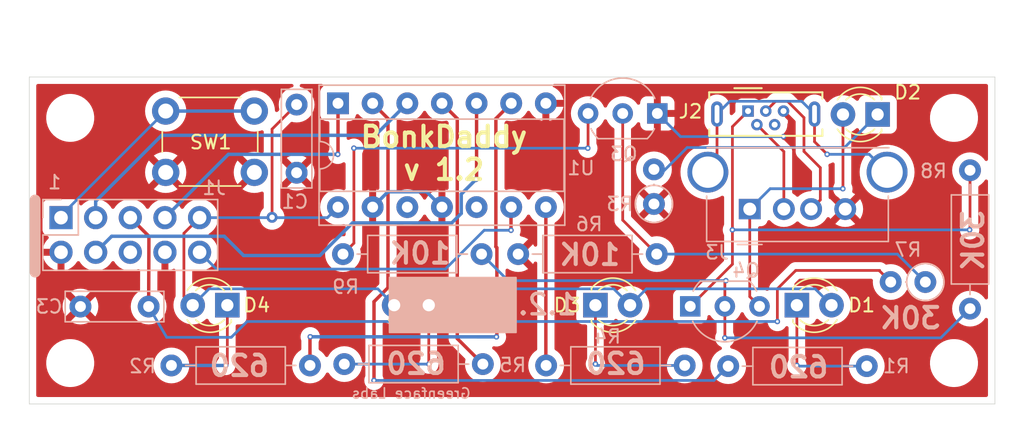
<source format=kicad_pcb>
(kicad_pcb (version 20211014) (generator pcbnew)
  (title_block (title "Bonk Daddy") (rev "1.2"))
  (layers (0 "F.Cu" signal) (31 "B.Cu" signal) (34 "B.Paste" user) (35 "F.Paste" user) (36 "B.SilkS" user "B.Silkscreen") (37 "F.SilkS" user "F.Silkscreen") (38 "B.Mask" user) (39 "F.Mask" user) (44 "Edge.Cuts" user))
  (net 0 "")
  (net 1 "Net-(J2-Pad1)")
  (net 2 "Net-(J2-Pad2)")
  (net 3 "Net-(J2-Pad3)")
  (net 4 "Net-(J2-Pad6)")
  (net 5 "Net-(J1-Pad1)")
  (net 6 "+12V")
  (net 7 "GND")
  (net 8 "Net-(D1-Pad1)")
  (net 9 "Net-(D4-Pad1)")
  (net 10 "Net-(D2-Pad2)")
  (net 11 "Net-(D2-Pad1)")
  (net 12 "Net-(J1-Pad7)")
  (net 13 "Net-(D5-Pad1)")
  (net 14 "Net-(D3-Pad1)")
  (net 15 "Net-(J1-Pad3)")
  (net 16 "Net-(J1-Pad10)")
  (net 17 "Net-(J1-Pad4)")
  (net 18 "Net-(R1-Pad1)")
  (net 19 "Net-(R2-Pad1)")
  (net 21 "+3V3")
  (net 23 "Net-(Q3-Pad2)")
  (net 24 "Net-(Q3-Pad3)")
  (net 25 "Net-(Q4-Pad2)")
  (net 26 "Net-(R4-Pad1)")
  (net 27 "Net-(R5-Pad1)")
  (footprint "Connector_USB:USB_Micro-B_Wuerth_614105150721_Vertical" (layer "F.Cu") (at 102.7 52.5)
    (fp_text reference "J2" (at -4.225 0.025) (layer "F.SilkS"))
    (fp_text value "USB_B_Micro")
    (fp_line (start -2.85 -1.38) (end 5.45 -1.38) (layer "F.SilkS") (width 0.15))
    (fp_line (start -2.85 1.82) (end 5.45 1.82) (layer "F.SilkS") (width 0.15))
    (fp_line (start -1 -1.68) (end 1 -1.68) (layer "F.SilkS") (width 0.15))
    (fp_line (start -2.85 -0.905) (end -2.85 -1.38) (layer "F.SilkS") (width 0.15))
    (fp_line (start 5.45 1.82) (end 5.45 1.345) (layer "F.SilkS") (width 0.15))
    (fp_line (start 5.45 -1.38) (end 5.45 -0.905) (layer "F.SilkS") (width 0.15))
    (fp_line (start -2.85 1.345) (end -2.85 1.82) (layer "F.SilkS") (width 0.15))
    (pad "1" thru_hole rect locked (at 0 0) (size 0.84 0.84) (drill 0.44) (layers *.Cu *.Mask) (net 1 "Net-(J2-Pad1)"))
    (pad "2" thru_hole circle locked (at 0.65 1) (size 0.84 0.84) (drill 0.44) (layers *.Cu *.Mask) (net 2 "Net-(J2-Pad2)"))
    (pad "3" thru_hole circle locked (at 1.3 0) (size 0.84 0.84) (drill 0.44) (layers *.Cu *.Mask) (net 3 "Net-(J2-Pad3)"))
    (pad "4" thru_hole circle locked (at 1.95 1) (size 0.84 0.84) (drill 0.44) (layers *.Cu *.Mask))
    (pad "5" thru_hole circle locked (at 2.6 0) (size 0.84 0.84) (drill 0.44) (layers *.Cu *.Mask) (net 7 "GND"))
    (pad "6" thru_hole oval locked (at -2.275 0.22) (size 0.85 1.85) (drill oval 0.35 1.35) (layers *.Cu *.Mask) (net 4 "Net-(J2-Pad6)"))
    (pad "6" thru_hole oval locked (at 4.875 0.22) (size 0.85 1.85) (drill oval 0.35 1.35) (layers *.Cu *.Mask) (net 4 "Net-(J2-Pad6)"))
  )
  (footprint "MountingHole:MountingHole_2.5mm" (layer "F.Cu") (at 53 53)
    (fp_text reference "H1" (at 0 0.086) (layer "F.SilkS"))
    (fp_text value "MountingHole")
    (pad "" np_thru_hole circle locked (at 0 0) (size 2.5 2.5) (drill 2.5) (layers *.Cu *.Mask))
  )
  (footprint "MountingHole:MountingHole_2.5mm" (layer "F.Cu") (at 117.8 53)
    (fp_text reference "H2" (at -0.158 -0.168) (layer "F.SilkS"))
    (fp_text value "MountingHole")
    (pad "" np_thru_hole circle locked (at 0 0) (size 2.5 2.5) (drill 2.5) (layers *.Cu *.Mask))
  )
  (footprint "MountingHole:MountingHole_2.5mm" (layer "F.Cu") (at 53 71)
    (fp_text reference "H3" (at 0 0.12) (layer "F.SilkS"))
    (fp_text value "MountingHole")
    (pad "" np_thru_hole circle locked (at 0 0) (size 2.5 2.5) (drill 2.5) (layers *.Cu *.Mask))
  )
  (footprint "MountingHole:MountingHole_2.5mm" (layer "F.Cu") (at 117.8 71)
    (fp_text reference "H4" (at 0 -0.134) (layer "F.SilkS"))
    (fp_text value "MountingHole")
    (pad "" np_thru_hole circle locked (at 0 0) (size 2.5 2.5) (drill 2.5) (layers *.Cu *.Mask))
  )
  (footprint "Button_Switch_THT:SW_PUSH_6mm" (layer "F.Cu") (at 60 52.5)
    (fp_text reference "SW1" (at 3.302 2.286) (layer "F.SilkS"))
    (fp_text value "Reset")
    (fp_line (start 1 5.5) (end 5.5 5.5) (layer "F.SilkS") (width 0.12))
    (fp_line (start 5.5 -1) (end 1 -1) (layer "F.SilkS") (width 0.12))
    (fp_line (start 6.75 3) (end 6.75 1.5) (layer "F.SilkS") (width 0.12))
    (fp_line (start -0.25 1.5) (end -0.25 3) (layer "F.SilkS") (width 0.12))
    (pad "1" thru_hole circle locked (at 6.5 0 90) (size 2 2) (drill 1.1) (layers *.Cu *.Mask) (net 5 "Net-(J1-Pad1)"))
    (pad "1" thru_hole circle locked (at 0 0 90) (size 2 2) (drill 1.1) (layers *.Cu *.Mask) (net 5 "Net-(J1-Pad1)"))
    (pad "2" thru_hole circle locked (at 0 4.5 90) (size 2 2) (drill 1.1) (layers *.Cu *.Mask) (net 7 "GND"))
    (pad "2" thru_hole circle locked (at 6.5 4.5 90) (size 2 2) (drill 1.1) (layers *.Cu *.Mask) (net 7 "GND"))
  )
  (footprint "LED_THT:LED_D3.0mm" (layer "F.Cu") (at 106.28 66.75)
    (fp_text reference "D1" (at 4.745 0) (layer "F.SilkS"))
    (fp_text value "RED LED")
    (fp_line (start -0.29 1.08) (end -0.29 1.236) (layer "F.SilkS") (width 0.12))
    (fp_line (start -0.29 -1.236) (end -0.29 -1.08) (layer "F.SilkS") (width 0.12))
    (fp_arc (start -0.29 -1.235516) (mid 1.366487 -1.987659) (end 2.942335 -1.078608) (layer "F.SilkS") (width 0.12))
    (fp_arc (start 2.942335 1.078608) (mid 1.366487 1.987659) (end -0.29 1.235516) (layer "F.SilkS") (width 0.12))
    (fp_arc (start 2.31113 1.079837) (mid 1.270117 1.5) (end 0.229039 1.08) (layer "F.SilkS") (width 0.12))
    (fp_arc (start 0.229039 -1.08) (mid 1.270117 -1.5) (end 2.31113 -1.079837) (layer "F.SilkS") (width 0.12))
    (pad "1" thru_hole rect locked (at 0 0) (size 1.8 1.8) (drill 0.9) (layers *.Cu *.Mask) (net 8 "Net-(D1-Pad1)"))
    (pad "2" thru_hole circle locked (at 2.54 0) (size 1.8 1.8) (drill 0.9) (layers *.Cu *.Mask) (net 21 "+3V3"))
  )
  (footprint "LED_THT:LED_D3.0mm" (layer "F.Cu") (at 112.2 52.75 180)
    (fp_text reference "D2" (at -2.2 1.625) (layer "F.SilkS"))
    (fp_text value "GREEN LED")
    (fp_line (start -0.29 -1.236) (end -0.29 -1.08) (layer "F.SilkS") (width 0.12))
    (fp_line (start -0.29 1.08) (end -0.29 1.236) (layer "F.SilkS") (width 0.12))
    (fp_arc (start 2.942335 1.078608) (mid 1.366487 1.987659) (end -0.29 1.235516) (layer "F.SilkS") (width 0.12))
    (fp_arc (start 0.229039 -1.08) (mid 1.270117 -1.5) (end 2.31113 -1.079837) (layer "F.SilkS") (width 0.12))
    (fp_arc (start -0.29 -1.235516) (mid 1.366487 -1.987659) (end 2.942335 -1.078608) (layer "F.SilkS") (width 0.12))
    (fp_arc (start 2.31113 1.079837) (mid 1.270117 1.5) (end 0.229039 1.08) (layer "F.SilkS") (width 0.12))
    (pad "1" thru_hole rect locked (at 0 0 180) (size 1.8 1.8) (drill 0.9) (layers *.Cu *.Mask) (net 11 "Net-(D2-Pad1)"))
    (pad "2" thru_hole circle locked (at 2.54 0 180) (size 1.8 1.8) (drill 0.9) (layers *.Cu *.Mask) (net 10 "Net-(D2-Pad2)"))
  )
  (footprint "LED_THT:LED_D3.0mm" (layer "F.Cu") (at 91.51 66.75)
    (fp_text reference "D3" (at -2.08 0) (layer "F.SilkS"))
    (fp_text value "YELLOW LED")
    (fp_line (start -0.29 -1.236) (end -0.29 -1.08) (layer "F.SilkS") (width 0.12))
    (fp_line (start -0.29 1.08) (end -0.29 1.236) (layer "F.SilkS") (width 0.12))
    (fp_arc (start 2.942335 1.078608) (mid 1.366487 1.987659) (end -0.29 1.235516) (layer "F.SilkS") (width 0.12))
    (fp_arc (start 0.229039 -1.08) (mid 1.270117 -1.5) (end 2.31113 -1.079837) (layer "F.SilkS") (width 0.12))
    (fp_arc (start -0.29 -1.235516) (mid 1.366487 -1.987659) (end 2.942335 -1.078608) (layer "F.SilkS") (width 0.12))
    (fp_arc (start 2.31113 1.079837) (mid 1.270117 1.5) (end 0.229039 1.08) (layer "F.SilkS") (width 0.12))
    (pad "1" thru_hole rect locked (at 0 0) (size 1.8 1.8) (drill 0.9) (layers *.Cu *.Mask) (net 14 "Net-(D3-Pad1)"))
    (pad "2" thru_hole circle locked (at 2.54 0) (size 1.8 1.8) (drill 0.9) (layers *.Cu *.Mask) (net 21 "+3V3"))
  )
  (footprint "LED_THT:LED_D3.0mm" (layer "F.Cu") (at 79.29 66.75 180)
    (fp_text reference "D5" (at -2.16 0.025) (layer "F.SilkS"))
    (fp_text value "BLUE LED")
    (fp_line (start -0.29 -1.236) (end -0.29 -1.08) (layer "F.SilkS") (width 0.12))
    (fp_line (start -0.29 1.08) (end -0.29 1.236) (layer "F.SilkS") (width 0.12))
    (fp_arc (start 0.229039 -1.08) (mid 1.270117 -1.5) (end 2.31113 -1.079837) (layer "F.SilkS") (width 0.12))
    (fp_arc (start -0.29 -1.235516) (mid 1.366487 -1.987659) (end 2.942335 -1.078608) (layer "F.SilkS") (width 0.12))
    (fp_arc (start 2.31113 1.079837) (mid 1.270117 1.5) (end 0.229039 1.08) (layer "F.SilkS") (width 0.12))
    (fp_arc (start 2.942335 1.078608) (mid 1.366487 1.987659) (end -0.29 1.235516) (layer "F.SilkS") (width 0.12))
    (pad "1" thru_hole rect locked (at 0 0 180) (size 1.8 1.8) (drill 0.9) (layers *.Cu *.Mask) (net 13 "Net-(D5-Pad1)"))
    (pad "2" thru_hole circle locked (at 2.54 0 180) (size 1.8 1.8) (drill 0.9) (layers *.Cu *.Mask) (net 21 "+3V3"))
  )
  (footprint "LED_THT:LED_D3.0mm" (layer "F.Cu") (at 64.52 66.75 180)
    (fp_text reference "D4" (at -2.155 0) (layer "F.SilkS"))
    (fp_text value "GREEN LED")
    (fp_line (start -0.29 1.08) (end -0.29 1.236) (layer "F.SilkS") (width 0.12))
    (fp_line (start -0.29 -1.236) (end -0.29 -1.08) (layer "F.SilkS") (width 0.12))
    (fp_arc (start 0.229039 -1.08) (mid 1.270117 -1.5) (end 2.31113 -1.079837) (layer "F.SilkS") (width 0.12))
    (fp_arc (start 2.31113 1.079837) (mid 1.270117 1.5) (end 0.229039 1.08) (layer "F.SilkS") (width 0.12))
    (fp_arc (start -0.29 -1.235516) (mid 1.366487 -1.987659) (end 2.942335 -1.078608) (layer "F.SilkS") (width 0.12))
    (fp_arc (start 2.942335 1.078608) (mid 1.366487 1.987659) (end -0.29 1.235516) (layer "F.SilkS") (width 0.12))
    (pad "1" thru_hole rect locked (at 0 0 180) (size 1.8 1.8) (drill 0.9) (layers *.Cu *.Mask) (net 9 "Net-(D4-Pad1)"))
    (pad "2" thru_hole circle locked (at 2.54 0 180) (size 1.8 1.8) (drill 0.9) (layers *.Cu *.Mask) (net 21 "+3V3"))
  )
  (footprint "sputterizer:USB_A_Amphenol_UE27AE54100_Vertical" (layer "B.Cu") (at 102.825 59.695)
    (fp_text reference "J3" (at -2.4 3.18) (layer "B.SilkS") (effects (justify mirror)))
    (fp_text value "USB_A")
    (fp_line (start -3.12 -4.5) (end 10.2 -4.5) (layer "B.SilkS") (width 0.12))
    (fp_line (start -3.16 2.38) (end -3.16 -0.95) (layer "B.SilkS") (width 0.12))
    (fp_line (start 10.16 2.38) (end 10.16 -0.95) (layer "B.SilkS") (width 0.12))
    (fp_line (start -3.16 2.38) (end 10.16 2.38) (layer "B.SilkS") (width 0.12))
    (fp_line (start -0.9 2.6) (end 0.9 2.6) (layer "B.SilkS") (width 0.12))
    (pad "1" thru_hole rect (at 0 0) (size 1.6 1.5) (drill 0.95) (layers *.Cu *.Mask) (net 10 "Net-(D2-Pad2)"))
    (pad "2" thru_hole circle (at 2.5 0) (size 1.6 1.6) (drill 0.95) (layers *.Cu *.Mask) (net 2 "Net-(J2-Pad2)"))
    (pad "3" thru_hole circle (at 4.5 0) (size 1.6 1.6) (drill 0.95) (layers *.Cu *.Mask) (net 3 "Net-(J2-Pad3)"))
    (pad "4" thru_hole circle (at 7 0) (size 1.6 1.6) (drill 0.95) (layers *.Cu *.Mask) (net 7 "GND"))
    (pad "5" thru_hole circle (at 10.07 -2.71) (size 3 3) (drill 2.3) (layers *.Cu *.Mask) (net 4 "Net-(J2-Pad6)"))
    (pad "5" thru_hole circle (at -3.07 -2.71) (size 3 3) (drill 2.3) (layers *.Cu *.Mask) (net 4 "Net-(J2-Pad6)"))
  )
  (footprint "Connector_PinHeader_2.54mm:PinHeader_2x05_P2.54mm_Vertical" (layer "B.Cu") (at 52.325 60.325 -90)
    (fp_text reference "J1" (at -2.1844 -11.2268) (layer "B.SilkS") (effects (justify mirror)))
    (fp_text value "EXP")
    (fp_line (start -1.33 1.33) (end 0 1.33) (layer "B.SilkS") (width 0.12))
    (fp_line (start -1.33 -1.27) (end 1.27 -1.27) (layer "B.SilkS") (width 0.12))
    (fp_line (start 1.27 1.33) (end 3.87 1.33) (layer "B.SilkS") (width 0.12))
    (fp_line (start -1.33 -11.49) (end 3.87 -11.49) (layer "B.SilkS") (width 0.12))
    (fp_line (start 3.87 1.33) (end 3.87 -11.49) (layer "B.SilkS") (width 0.12))
    (fp_line (start -1.33 -1.27) (end -1.33 -11.49) (layer "B.SilkS") (width 0.12))
    (fp_line (start -1.33 0) (end -1.33 1.33) (layer "B.SilkS") (width 0.12))
    (fp_line (start 1.27 -1.27) (end 1.27 1.33) (layer "B.SilkS") (width 0.12))
    (pad "1" thru_hole rect locked (at 0 0 270) (size 1.7 1.7) (drill 1) (layers *.Cu *.Mask) (net 5 "Net-(J1-Pad1)"))
    (pad "2" thru_hole oval locked (at 2.54 0 270) (size 1.7 1.7) (drill 1) (layers *.Cu *.Mask) (net 7 "GND"))
    (pad "3" thru_hole oval locked (at 0 -2.54 270) (size 1.7 1.7) (drill 1) (layers *.Cu *.Mask) (net 15 "Net-(J1-Pad3)"))
    (pad "4" thru_hole oval locked (at 2.54 -2.54 270) (size 1.7 1.7) (drill 1) (layers *.Cu *.Mask) (net 17 "Net-(J1-Pad4)"))
    (pad "5" thru_hole oval locked (at 0 -5.08 270) (size 1.7 1.7) (drill 1) (layers *.Cu *.Mask) (net 6 "+12V"))
    (pad "6" thru_hole oval locked (at 2.54 -5.08 270) (size 1.7 1.7) (drill 1) (layers *.Cu *.Mask))
    (pad "7" thru_hole oval locked (at 0 -7.62 270) (size 1.7 1.7) (drill 1) (layers *.Cu *.Mask) (net 12 "Net-(J1-Pad7)"))
    (pad "8" thru_hole oval locked (at 2.54 -7.62 270) (size 1.7 1.7) (drill 1) (layers *.Cu *.Mask) (net 7 "GND"))
    (pad "9" thru_hole oval locked (at 0 -10.16 270) (size 1.7 1.7) (drill 1) (layers *.Cu *.Mask) (net 21 "+3V3"))
    (pad "10" thru_hole oval locked (at 2.54 -10.16 270) (size 1.7 1.7) (drill 1) (layers *.Cu *.Mask) (net 16 "Net-(J1-Pad10)"))
  )
  (footprint "Resistor_THT:R_Axial_DIN0207_L6.3mm_D2.5mm_P10.16mm_Horizontal" (layer "B.Cu") (at 101.245 71.225)
    (fp_text reference "R1" (at 12.33 0) (layer "B.SilkS") (effects (justify mirror)))
    (fp_text value "620")
    (fp_line (start 1.04 0) (end 1.81 0) (layer "B.SilkS") (width 0.12))
    (fp_line (start 8.35 -1.37) (end 8.35 1.37) (layer "B.SilkS") (width 0.12))
    (fp_line (start 1.81 1.37) (end 1.81 -1.37) (layer "B.SilkS") (width 0.12))
    (fp_line (start 1.81 -1.37) (end 8.35 -1.37) (layer "B.SilkS") (width 0.12))
    (fp_line (start 9.12 0) (end 8.35 0) (layer "B.SilkS") (width 0.12))
    (fp_line (start 8.35 1.37) (end 1.81 1.37) (layer "B.SilkS") (width 0.12))
    (pad "1" thru_hole circle locked (at 0 0) (size 1.6 1.6) (drill 0.8) (layers *.Cu *.Mask) (net 18 "Net-(R1-Pad1)"))
    (pad "2" thru_hole oval locked (at 10.16 0) (size 1.6 1.6) (drill 0.8) (layers *.Cu *.Mask) (net 8 "Net-(D1-Pad1)"))
  )
  (footprint "Resistor_THT:R_Axial_DIN0207_L6.3mm_D2.5mm_P10.16mm_Horizontal" (layer "B.Cu") (at 70.58 71.175 180)
    (fp_text reference "R2" (at 12.28 -0.05) (layer "B.SilkS") (effects (justify mirror)))
    (fp_text value "620")
    (fp_line (start 1.04 0) (end 1.81 0) (layer "B.SilkS") (width 0.12))
    (fp_line (start 8.35 1.37) (end 1.81 1.37) (layer "B.SilkS") (width 0.12))
    (fp_line (start 9.12 0) (end 8.35 0) (layer "B.SilkS") (width 0.12))
    (fp_line (start 8.35 -1.37) (end 8.35 1.37) (layer "B.SilkS") (width 0.12))
    (fp_line (start 1.81 1.37) (end 1.81 -1.37) (layer "B.SilkS") (width 0.12))
    (fp_line (start 1.81 -1.37) (end 8.35 -1.37) (layer "B.SilkS") (width 0.12))
    (pad "1" thru_hole circle locked (at 0 0 180) (size 1.6 1.6) (drill 0.8) (layers *.Cu *.Mask) (net 19 "Net-(R2-Pad1)"))
    (pad "2" thru_hole oval locked (at 10.16 0 180) (size 1.6 1.6) (drill 0.8) (layers *.Cu *.Mask) (net 9 "Net-(D4-Pad1)"))
  )
  (footprint "Resistor_THT:R_Axial_DIN0207_L6.3mm_D2.5mm_P2.54mm_Vertical" (layer "B.Cu") (at 95.8 59.32 90)
    (fp_text reference "R3" (at -0.005 -2.5 180) (layer "B.SilkS") (effects (justify mirror)))
    (fp_text value "1K")
    (fp_line (start 1.37 0) (end 1.44 0) (layer "B.SilkS") (width 0.12))
    (fp_circle (center 0 0) (end 1.37 0) (layer "B.SilkS") (width 0.12) (fill none))
    (pad "1" thru_hole circle (at 0 0 90) (size 1.6 1.6) (drill 0.8) (layers *.Cu *.Mask) (net 7 "GND"))
    (pad "2" thru_hole oval (at 2.54 0 90) (size 1.6 1.6) (drill 0.8) (layers *.Cu *.Mask) (net 11 "Net-(D2-Pad1)"))
  )
  (footprint "Resistor_THT:R_Axial_DIN0207_L6.3mm_D2.5mm_P10.16mm_Horizontal" (layer "B.Cu") (at 87.895 71.175)
    (fp_text reference "R4" (at 4.505 -2.125) (layer "B.SilkS") (effects (justify mirror)))
    (fp_text value "620")
    (fp_line (start 1.04 0) (end 1.81 0) (layer "B.SilkS") (width 0.12))
    (fp_line (start 1.81 -1.37) (end 8.35 -1.37) (layer "B.SilkS") (width 0.12))
    (fp_line (start 9.12 0) (end 8.35 0) (layer "B.SilkS") (width 0.12))
    (fp_line (start 8.35 -1.37) (end 8.35 1.37) (layer "B.SilkS") (width 0.12))
    (fp_line (start 8.35 1.37) (end 1.81 1.37) (layer "B.SilkS") (width 0.12))
    (fp_line (start 1.81 1.37) (end 1.81 -1.37) (layer "B.SilkS") (width 0.12))
    (pad "1" thru_hole circle locked (at 0 0) (size 1.6 1.6) (drill 0.8) (layers *.Cu *.Mask) (net 26 "Net-(R4-Pad1)"))
    (pad "2" thru_hole oval locked (at 10.16 0) (size 1.6 1.6) (drill 0.8) (layers *.Cu *.Mask) (net 14 "Net-(D3-Pad1)"))
  )
  (footprint "Resistor_THT:R_Axial_DIN0207_L6.3mm_D2.5mm_P10.16mm_Horizontal" (layer "B.Cu") (at 83.255 71.075 180)
    (fp_text reference "R5" (at -2.195 -0.075) (layer "B.SilkS") (effects (justify mirror)))
    (fp_text value "620")
    (fp_line (start 1.81 1.37) (end 1.81 -1.37) (layer "B.SilkS") (width 0.12))
    (fp_line (start 1.81 -1.37) (end 8.35 -1.37) (layer "B.SilkS") (width 0.12))
    (fp_line (start 9.12 0) (end 8.35 0) (layer "B.SilkS") (width 0.12))
    (fp_line (start 8.35 -1.37) (end 8.35 1.37) (layer "B.SilkS") (width 0.12))
    (fp_line (start 1.04 0) (end 1.81 0) (layer "B.SilkS") (width 0.12))
    (fp_line (start 8.35 1.37) (end 1.81 1.37) (layer "B.SilkS") (width 0.12))
    (pad "1" thru_hole circle locked (at 0 0 180) (size 1.6 1.6) (drill 0.8) (layers *.Cu *.Mask) (net 27 "Net-(R5-Pad1)"))
    (pad "2" thru_hole oval locked (at 10.16 0 180) (size 1.6 1.6) (drill 0.8) (layers *.Cu *.Mask) (net 13 "Net-(D5-Pad1)"))
  )
  (footprint "Resistor_THT:R_Axial_DIN0207_L6.3mm_D2.5mm_P10.16mm_Horizontal" (layer "B.Cu") (at 85.845 63)
    (fp_text reference "R6" (at 5.205 -2.2) (layer "B.SilkS") (effects (justify mirror)))
    (fp_text value "10K")
    (fp_line (start 8.35 -1.37) (end 8.35 1.37) (layer "B.SilkS") (width 0.12))
    (fp_line (start 1.04 0) (end 1.81 0) (layer "B.SilkS") (width 0.12))
    (fp_line (start 1.81 1.37) (end 1.81 -1.37) (layer "B.SilkS") (width 0.12))
    (fp_line (start 9.12 0) (end 8.35 0) (layer "B.SilkS") (width 0.12))
    (fp_line (start 1.81 -1.37) (end 8.35 -1.37) (layer "B.SilkS") (width 0.12))
    (fp_line (start 8.35 1.37) (end 1.81 1.37) (layer "B.SilkS") (width 0.12))
    (pad "1" thru_hole circle (at 0 0) (size 1.6 1.6) (drill 0.8) (layers *.Cu *.Mask) (net 7 "GND"))
    (pad "2" thru_hole oval (at 10.16 0) (size 1.6 1.6) (drill 0.8) (layers *.Cu *.Mask) (net 23 "Net-(Q3-Pad2)"))
  )
  (footprint "Resistor_THT:R_Axial_DIN0207_L6.3mm_D2.5mm_P10.16mm_Horizontal" (layer "B.Cu") (at 118.975 67.005 90)
    (fp_text reference "R8" (at 10.105 -2.675) (layer "B.SilkS") (effects (justify mirror)))
    (fp_text value "30K")
    (fp_line (start 1.81 1.37) (end 1.81 -1.37) (layer "B.SilkS") (width 0.12))
    (fp_line (start 9.12 0) (end 8.35 0) (layer "B.SilkS") (width 0.12))
    (fp_line (start 8.35 1.37) (end 1.81 1.37) (layer "B.SilkS") (width 0.12))
    (fp_line (start 1.04 0) (end 1.81 0) (layer "B.SilkS") (width 0.12))
    (fp_line (start 1.81 -1.37) (end 8.35 -1.37) (layer "B.SilkS") (width 0.12))
    (fp_line (start 8.35 -1.37) (end 8.35 1.37) (layer "B.SilkS") (width 0.12))
    (pad "1" thru_hole circle (at 0 0 90) (size 1.6 1.6) (drill 0.8) (layers *.Cu *.Mask) (net 25 "Net-(Q4-Pad2)"))
    (pad "2" thru_hole oval (at 10.16 0 90) (size 1.6 1.6) (drill 0.8) (layers *.Cu *.Mask) (net 1 "Net-(J2-Pad1)"))
  )
  (footprint "Resistor_THT:R_Axial_DIN0207_L6.3mm_D2.5mm_P10.16mm_Horizontal" (layer "B.Cu") (at 73 63)
    (fp_text reference "R9" (at 0.2 2.4) (layer "B.SilkS") (effects (justify mirror)))
    (fp_text value "10K")
    (fp_line (start 1.81 -1.37) (end 8.35 -1.37) (layer "B.SilkS") (width 0.12))
    (fp_line (start 1.04 0) (end 1.81 0) (layer "B.SilkS") (width 0.12))
    (fp_line (start 8.35 -1.37) (end 8.35 1.37) (layer "B.SilkS") (width 0.12))
    (fp_line (start 9.12 0) (end 8.35 0) (layer "B.SilkS") (width 0.12))
    (fp_line (start 8.35 1.37) (end 1.81 1.37) (layer "B.SilkS") (width 0.12))
    (fp_line (start 1.81 1.37) (end 1.81 -1.37) (layer "B.SilkS") (width 0.12))
    (pad "1" thru_hole circle (at 0 0) (size 1.6 1.6) (drill 0.8) (layers *.Cu *.Mask) (net 24 "Net-(Q3-Pad3)"))
    (pad "2" thru_hole oval (at 10.16 0) (size 1.6 1.6) (drill 0.8) (layers *.Cu *.Mask) (net 25 "Net-(Q4-Pad2)"))
  )
  (footprint "Capacitor_THT:C_Rect_L7.0mm_W2.0mm_P5.00mm" (layer "B.Cu") (at 69.6 52.025 -90)
    (fp_text reference "C1" (at 7.125 0.125) (layer "B.SilkS") (effects (justify mirror)))
    (fp_text value "1uF")
    (fp_line (start -1.12 -1.12) (end 6.12 -1.12) (layer "B.SilkS") (width 0.12))
    (fp_line (start -1.12 1.12) (end 6.12 1.12) (layer "B.SilkS") (width 0.12))
    (fp_line (start -1.12 1.12) (end -1.12 -1.12) (layer "B.SilkS") (width 0.12))
    (fp_line (start 6.12 1.12) (end 6.12 -1.12) (layer "B.SilkS") (width 0.12))
    (pad "1" thru_hole circle (at 0 0 270) (size 1.6 1.6) (drill 0.8) (layers *.Cu *.Mask) (net 21 "+3V3"))
    (pad "2" thru_hole circle (at 5 0 270) (size 1.6 1.6) (drill 0.8) (layers *.Cu *.Mask) (net 7 "GND"))
  )
  (footprint "Resistor_THT:R_Axial_DIN0207_L6.3mm_D2.5mm_P2.54mm_Vertical" (layer "B.Cu") (at 115.7 65.05 180)
    (fp_text reference "R7" (at 1.27 2.37) (layer "B.SilkS") (effects (justify mirror)))
    (fp_text value "30K")
    (fp_line (start 1.37 0) (end 1.44 0) (layer "B.SilkS") (width 0.12))
    (fp_circle (center 0 0) (end 1.37 0) (layer "B.SilkS") (width 0.12) (fill none))
    (pad "1" thru_hole circle (at 0 0 180) (size 1.6 1.6) (drill 0.8) (layers *.Cu *.Mask) (net 23 "Net-(Q3-Pad2)"))
    (pad "2" thru_hole oval (at 2.54 0 180) (size 1.6 1.6) (drill 0.8) (layers *.Cu *.Mask) (net 6 "+12V"))
  )
  (footprint "Capacitor_THT:C_Rect_L7.0mm_W2.0mm_P5.00mm" (layer "B.Cu") (at 58.75 66.85 180)
    (fp_text reference "C3" (at 7.3 0) (layer "B.SilkS") (effects (justify mirror)))
    (fp_text value "1uF")
    (fp_line (start -1.12 1.12) (end 6.12 1.12) (layer "B.SilkS") (width 0.12))
    (fp_line (start -1.12 -1.12) (end 6.12 -1.12) (layer "B.SilkS") (width 0.12))
    (fp_line (start -1.12 1.12) (end -1.12 -1.12) (layer "B.SilkS") (width 0.12))
    (fp_line (start 6.12 1.12) (end 6.12 -1.12) (layer "B.SilkS") (width 0.12))
    (pad "1" thru_hole circle (at 0 0 180) (size 1.6 1.6) (drill 0.8) (layers *.Cu *.Mask) (net 6 "+12V"))
    (pad "2" thru_hole circle (at 5 0 180) (size 1.6 1.6) (drill 0.8) (layers *.Cu *.Mask) (net 7 "GND"))
  )
  (footprint "Package_TO_SOT_THT:TO-92_Inline_Wide" (layer "B.Cu") (at 96.05 52.675 180)
    (fp_text reference "Q3" (at 2.46 -2.975) (layer "B.SilkS") (effects (justify mirror)))
    (fp_text value "2N7000")
    (fp_line (start 0.74 -1.85) (end 4.34 -1.85) (layer "B.SilkS") (width 0.12))
    (fp_arc (start 4.8964 1.098807) (mid 3.936979 2.192818) (end 2.54 2.6) (layer "B.SilkS") (width 0.12))
    (fp_arc (start 2.54 2.6) (mid 1.143021 2.192817) (end 0.1836 1.098807) (layer "B.SilkS") (width 0.12))
    (fp_arc (start 0.215816 -1.122795) (mid 0.446097 -1.509328) (end 0.74 -1.85) (layer "B.SilkS") (width 0.12))
    (fp_arc (start 4.34 -1.85) (mid 4.633903 -1.509328) (end 4.864184 -1.122795) (layer "B.SilkS") (width 0.12))
    (pad "1" thru_hole rect (at 0 0 180) (size 1.5 1.5) (drill 0.8) (layers *.Cu *.Mask) (net 7 "GND"))
    (pad "2" thru_hole circle (at 2.54 0 180) (size 1.5 1.5) (drill 0.8) (layers *.Cu *.Mask) (net 23 "Net-(Q3-Pad2)"))
    (pad "3" thru_hole circle (at 5.08 0 180) (size 1.5 1.5) (drill 0.8) (layers *.Cu *.Mask) (net 24 "Net-(Q3-Pad3)"))
  )
  (footprint "Package_DIP:DIP-14_W7.62mm_Socket" (layer "B.Cu") (at 72.635 51.93 -90)
    (fp_text reference "U1" (at 4.76 -17.815) (layer "B.SilkS") (effects (justify mirror)))
    (fp_text value "74HC14")
    (fp_line (start -1.33 1.39) (end -1.33 -16.63) (layer "B.SilkS") (width 0.12))
    (fp_line (start 2.81 1.33) (end 1.16 1.33) (layer "B.SilkS") (width 0.12))
    (fp_line (start -1.33 -16.63) (end 8.95 -16.63) (layer "B.SilkS") (width 0.12))
    (fp_line (start 6.46 1.33) (end 4.81 1.33) (layer "B.SilkS") (width 0.12))
    (fp_line (start 8.95 -16.63) (end 8.95 1.39) (layer "B.SilkS") (width 0.12))
    (fp_line (start 6.46 -16.57) (end 6.46 1.33) (layer "B.SilkS") (width 0.12))
    (fp_line (start 8.95 1.39) (end -1.33 1.39) (layer "B.SilkS") (width 0.12))
    (fp_line (start 1.16 1.33) (end 1.16 -16.57) (layer "B.SilkS") (width 0.12))
    (fp_line (start 1.16 -16.57) (end 6.46 -16.57) (layer "B.SilkS") (width 0.12))
    (fp_arc (start 2.81 1.33) (mid 3.81 0.33) (end 4.81 1.33) (layer "B.SilkS") (width 0.12))
    (pad "1" thru_hole rect (at 0 0 270) (size 1.6 1.6) (drill 0.8) (layers *.Cu *.Mask) (net 12 "Net-(J1-Pad7)"))
    (pad "2" thru_hole oval (at 0 -2.54 270) (size 1.6 1.6) (drill 0.8) (layers *.Cu *.Mask) (net 18 "Net-(R1-Pad1)"))
    (pad "3" thru_hole oval (at 0 -5.08 270) (size 1.6 1.6) (drill 0.8) (layers *.Cu *.Mask) (net 15 "Net-(J1-Pad3)"))
    (pad "4" thru_hole oval (at 0 -7.62 270) (size 1.6 1.6) (drill 0.8) (layers *.Cu *.Mask) (net 27 "Net-(R5-Pad1)"))
    (pad "5" thru_hole oval (at 0 -10.16 270) (size 1.6 1.6) (drill 0.8) (layers *.Cu *.Mask) (net 17 "Net-(J1-Pad4)"))
    (pad "6" thru_hole oval (at 0 -12.7 270) (size 1.6 1.6) (drill 0.8) (layers *.Cu *.Mask) (net 19 "Net-(R2-Pad1)"))
    (pad "7" thru_hole oval (at 0 -15.24 270) (size 1.6 1.6) (drill 0.8) (layers *.Cu *.Mask) (net 7 "GND"))
    (pad "8" thru_hole oval (at 7.62 -15.24 270) (size 1.6 1.6) (drill 0.8) (layers *.Cu *.Mask) (net 26 "Net-(R4-Pad1)"))
    (pad "9" thru_hole oval (at 7.62 -12.7 270) (size 1.6 1.6) (drill 0.8) (layers *.Cu *.Mask) (net 16 "Net-(J1-Pad10)"))
    (pad "10" thru_hole oval (at 7.62 -10.16 270) (size 1.6 1.6) (drill 0.8) (layers *.Cu *.Mask))
    (pad "11" thru_hole oval (at 7.62 -7.62 270) (size 1.6 1.6) (drill 0.8) (layers *.Cu *.Mask) (net 7 "GND"))
    (pad "12" thru_hole oval (at 7.62 -5.08 270) (size 1.6 1.6) (drill 0.8) (layers *.Cu *.Mask))
    (pad "13" thru_hole oval (at 7.62 -2.54 270) (size 1.6 1.6) (drill 0.8) (layers *.Cu *.Mask) (net 7 "GND"))
    (pad "14" thru_hole oval (at 7.62 0 270) (size 1.6 1.6) (drill 0.8) (layers *.Cu *.Mask) (net 21 "+3V3"))
  )
  (footprint "Package_TO_SOT_THT:TO-92_Inline_Wide" (layer "B.Cu") (at 98.46 66.835)
    (fp_text reference "Q4" (at 4.1 -2.635) (layer "B.SilkS") (effects (justify mirror)))
    (fp_text value "2N3906")
    (fp_line (start 0.74 -1.85) (end 4.34 -1.85) (layer "B.SilkS") (width 0.12))
    (fp_arc (start 4.8964 1.098807) (mid 3.936979 2.192818) (end 2.54 2.6) (layer "B.SilkS") (width 0.12))
    (fp_arc (start 2.54 2.6) (mid 1.143021 2.192817) (end 0.1836 1.098807) (layer "B.SilkS") (width 0.12))
    (fp_arc (start 0.215816 -1.122795) (mid 0.446097 -1.509328) (end 0.74 -1.85) (layer "B.SilkS") (width 0.12))
    (fp_arc (start 4.34 -1.85) (mid 4.633903 -1.509328) (end 4.864184 -1.122795) (layer "B.SilkS") (width 0.12))
    (pad "1" thru_hole rect (at 0 0) (size 1.5 1.5) (drill 0.8) (layers *.Cu *.Mask) (net 1 "Net-(J2-Pad1)"))
    (pad "2" thru_hole circle (at 2.54 0) (size 1.5 1.5) (drill 0.8) (layers *.Cu *.Mask) (net 25 "Net-(Q4-Pad2)"))
    (pad "3" thru_hole circle (at 5.08 0) (size 1.5 1.5) (drill 0.8) (layers *.Cu *.Mask) (net 10 "Net-(D2-Pad2)"))
  )
  (gr_rect (start 76.4125 64.725) (end 85.6875 68.75) (layer "B.SilkS") (width 0.12) (fill solid))
  (gr_line (start 50.425 59.0334) (end 50.425 64.3166) (layer "B.SilkS") (width 0.8))
  (gr_line (start 120.8 50) (end 120.8 74) (layer "Edge.Cuts") (width 0.05))
  (gr_line (start 50 50) (end 120.8 50) (layer "Edge.Cuts") (width 0.05))
  (gr_line (start 50 74) (end 120.8 74) (layer "Edge.Cuts") (width 0.05))
  (gr_line (start 50 50) (end 50 74) (layer "Edge.Cuts") (width 0.05))
  (gr_text "620" (at 93 71.05) (layer "B.SilkS") (effects (font (size 1.5 1.5) (thickness 0.3)) (justify mirror)))
  (gr_text "620" (at 65.4 71.2) (layer "B.SilkS") (effects (font (size 1.5 1.5) (thickness 0.3)) (justify mirror)))
  (gr_text "1.2." (at 88 66.7) (layer "B.SilkS") (effects (font (size 1.5 1.5) (thickness 0.25)) (justify mirror)))
  (gr_text "Greenface Labs" (at 78 73.225) (layer "B.SilkS") (effects (font (size 0.75 0.75) (thickness 0.12)) (justify mirror)))
  (gr_text "1" (at 51.85 57.725) (layer "B.SilkS") (effects (font (size 1 1)) (justify mirror)))
  (gr_text "10K" (at 91.1 63.05) (layer "B.SilkS") (effects (font (size 1.5 1.5) (thickness 0.3)) (justify mirror)))
  (gr_text "30K" (at 114.6 67.7) (layer "B.SilkS") (effects (font (size 1.5 1.5) (thickness 0.3)) (justify mirror)))
  (gr_text "30K" (at 119.2 62 90) (layer "B.SilkS") (effects (font (size 1.5 1.5) (thickness 0.3)) (justify mirror)))
  (gr_text "620" (at 78.35 71.05) (layer "B.SilkS") (effects (font (size 1.5 1.5) (thickness 0.3)) (justify mirror)))
  (gr_text "10K" (at 78.65 62.95) (layer "B.SilkS") (effects (font (size 1.5 1.5) (thickness 0.3)) (justify mirror)))
  (gr_text "620" (at 106.4 71.3) (layer "B.SilkS") (effects (font (size 1.5 1.5) (thickness 0.3)) (justify mirror)))
  (gr_text "BonkDaddy\nv 1.2" (at 80.4 55.6) (layer "F.SilkS") (effects (font (size 1.5 1.5) (thickness 0.3))))
  (segment (start 101.554511 63.740489) (end 98.46 66.835) (width 0.2) (layer "F.Cu") (net 1))
  (segment (start 101.554511 61.220489) (end 101.554511 63.740489) (width 0.2) (layer "F.Cu") (net 1))
  (segment (start 101.554511 53.645489) (end 101.554511 61.220489) (width 0.2) (layer "F.Cu") (net 1))
  (segment (start 118.975 61.190978) (end 118.975 56.845) (width 0.2) (layer "F.Cu") (net 1))
  (segment (start 102.7 52.5) (end 101.554511 53.645489) (width 0.2) (layer "F.Cu") (net 1))
  (segment (start 118.945489 61.220489) (end 118.975 61.190978) (width 0.2) (layer "F.Cu") (net 1))
  (via (at 101.554511 61.220489) (size 0.4) (drill 0.2) (layers "F.Cu" "B.Cu") (net 1))
  (via (at 118.945489 61.220489) (size 0.4) (drill 0.2) (layers "F.Cu" "B.Cu") (net 1))
  (segment (start 101.554511 61.220489) (end 118.945489 61.220489) (width 0.2) (layer "B.Cu") (net 1))
  (segment (start 103.35 53.5) (end 105.325 55.475) (width 0.2) (layer "F.Cu") (net 2))
  (segment (start 105.325 55.475) (end 105.325 59.695) (width 0.2) (layer "F.Cu") (net 2))
  (segment (start 104 52.5) (end 104.719511 51.780489) (width 0.2) (layer "F.Cu") (net 3))
  (segment (start 106.8 52.982457) (end 106.8 55.460056) (width 0.2) (layer "F.Cu") (net 3))
  (segment (start 108 59.02) (end 107.325 59.695) (width 0.2) (layer "F.Cu") (net 3))
  (segment (start 104.719511 51.780489) (end 105.598032 51.780489) (width 0.2) (layer "F.Cu") (net 3))
  (segment (start 106.8 55.460056) (end 108 56.660056) (width 0.2) (layer "F.Cu") (net 3))
  (segment (start 105.598032 51.780489) (end 106.8 52.982457) (width 0.2) (layer "F.Cu") (net 3))
  (segment (start 108 56.660056) (end 108 59.02) (width 0.2) (layer "F.Cu") (net 3))
  (segment (start 100.425 56.315) (end 99.755 56.985) (width 0.2) (layer "F.Cu") (net 4))
  (segment (start 100.425 52.72) (end 100.425 56.315) (width 0.2) (layer "F.Cu") (net 4))
  (segment (start 107.575 54.75) (end 107.575 52.72) (width 0.2) (layer "F.Cu") (net 4))
  (segment (start 108.5 55.675) (end 107.575 54.75) (width 0.2) (layer "F.Cu") (net 4))
  (via (at 108.5 55.675) (size 0.4) (drill 0.2) (layers "F.Cu" "B.Cu") (net 4))
  (segment (start 106.635489 51.780489) (end 107.575 52.72) (width 0.2) (layer "B.Cu") (net 4))
  (segment (start 100.425 52.72) (end 101.364511 51.780489) (width 0.2) (layer "B.Cu") (net 4))
  (segment (start 112.895 56.985) (end 111.585 55.675) (width 0.2) (layer "B.Cu") (net 4))
  (segment (start 111.585 55.675) (end 108.5 55.675) (width 0.2) (layer "B.Cu") (net 4))
  (segment (start 101.364511 51.780489) (end 106.635489 51.780489) (width 0.2) (layer "B.Cu") (net 4))
  (segment (start 60 52.5) (end 66.5 52.5) (width 0.25) (layer "B.Cu") (net 5))
  (segment (start 52.325 60.175) (end 60 52.5) (width 0.2) (layer "B.Cu") (net 5))
  (segment (start 52.325 60.325) (end 52.325 60.175) (width 0.2) (layer "B.Cu") (net 5))
  (segment (start 58.770489 61.690489) (end 58.75 66.85) (width 0.25) (layer "F.Cu") (net 6))
  (segment (start 112.35 64.2) (end 112.35 64.24) (width 0.2) (layer "F.Cu") (net 6))
  (segment (start 112.35 64.24) (end 113.16 65.05) (width 0.2) (layer "F.Cu") (net 6))
  (segment (start 104.849511 65.550489) (end 106.2 64.2) (width 0.2) (layer "F.Cu") (net 6))
  (segment (start 57.405 60.325) (end 58.770489 61.690489) (width 0.25) (layer "F.Cu") (net 6))
  (segment (start 104.849511 67.949511) (end 104.849511 65.550489) (width 0.2) (layer "F.Cu") (net 6))
  (segment (start 106.2 64.2) (end 112.35 64.2) (width 0.2) (layer "F.Cu") (net 6))
  (via (at 104.849511 67.949511) (size 0.4) (drill 0.2) (layers "F.Cu" "B.Cu") (net 6))
  (segment (start 104.849511 67.949511) (end 65.969511 67.949511) (width 0.2) (layer "B.Cu") (net 6))
  (segment (start 60.075113 69.11) (end 58.75 66.85) (width 0.2) (layer "B.Cu") (net 6))
  (segment (start 64.809022 69.11) (end 60.075113 69.11) (width 0.2) (layer "B.Cu") (net 6))
  (segment (start 65.969511 67.949511) (end 64.809022 69.11) (width 0.2) (layer "B.Cu") (net 6))
  (segment (start 105.72 52.92) (end 105.72 53.955) (width 0.2) (layer "F.Cu") (net 7))
  (segment (start 105.3 52.5) (end 105.72 52.92) (width 0.2) (layer "F.Cu") (net 7))
  (segment (start 105.3 54.375) (end 105.3 54.525062) (width 0.2) (layer "F.Cu") (net 7))
  (segment (start 105.72 53.955) (end 105.3 54.375) (width 0.2) (layer "F.Cu") (net 7))
  (via (at 105.3 54.375) (size 0.4) (drill 0.2) (layers "F.Cu" "B.Cu") (net 7))
  (segment (start 75.175 59.55) (end 76.299511 58.425489) (width 0.25) (layer "B.Cu") (net 7))
  (segment (start 96.05 52.675) (end 97.75 54.375) (width 0.2) (layer "B.Cu") (net 7))
  (segment (start 76.299511 58.425489) (end 79.130489 58.425489) (width 0.25) (layer "B.Cu") (net 7))
  (segment (start 79.130489 58.425489) (end 80.255 59.55) (width 0.25) (layer "B.Cu") (net 7))
  (segment (start 97.75 54.375) (end 105.3 54.375) (width 0.2) (layer "B.Cu") (net 7))
  (segment (start 106.28 66.75) (end 106.28 71.17) (width 0.2) (layer "F.Cu") (net 8))
  (via (at 106.28 71.17) (size 0.4) (drill 0.2) (layers "F.Cu" "B.Cu") (net 8))
  (segment (start 106.335 71.225) (end 106.28 71.17) (width 0.2) (layer "B.Cu") (net 8))
  (segment (start 111.405 71.225) (end 106.335 71.225) (width 0.2) (layer "B.Cu") (net 8))
  (segment (start 64.52 66.75) (end 64.52 71.055) (width 0.2) (layer "F.Cu") (net 9))
  (segment (start 64.52 71.055) (end 64.4 71.175) (width 0.2) (layer "F.Cu") (net 9))
  (via (at 64.4 71.175) (size 0.4) (drill 0.2) (layers "F.Cu" "B.Cu") (net 9))
  (segment (start 60.42 71.175) (end 64.4 71.175) (width 0.25) (layer "B.Cu") (net 9))
  (segment (start 102.825 66.12) (end 103.54 66.835) (width 0.2) (layer "F.Cu") (net 10))
  (segment (start 109.66 58.19) (end 109.650489 58.199511) (width 0.2) (layer "F.Cu") (net 10))
  (segment (start 102.825 59.695) (end 102.825 66.12) (width 0.2) (layer "F.Cu") (net 10))
  (segment (start 109.66 52.75) (end 109.66 58.19) (width 0.2) (layer "F.Cu") (net 10))
  (via (at 109.650489 58.199511) (size 0.4) (drill 0.2) (layers "F.Cu" "B.Cu") (net 10))
  (segment (start 104.320489 58.199511) (end 109.650489 58.199511) (width 0.2) (layer "B.Cu") (net 10))
  (segment (start 102.825 59.695) (end 104.320489 58.199511) (width 0.2) (layer "B.Cu") (net 10))
  (segment (start 98.239511 55.175489) (end 109.774511 55.175489) (width 0.2) (layer "B.Cu") (net 11))
  (segment (start 109.774511 55.175489) (end 112.2 52.75) (width 0.2) (layer "B.Cu") (net 11))
  (segment (start 96.365 57.05) (end 98.239511 55.175489) (width 0.2) (layer "B.Cu") (net 11))
  (segment (start 72.635 55.655) (end 72.635 51.93) (width 0.25) (layer "F.Cu") (net 12))
  (segment (start 72.614511 55.675489) (end 72.635 55.655) (width 0.25) (layer "F.Cu") (net 12))
  (via (at 72.614511 55.675489) (size 0.4) (drill 0.2) (layers "F.Cu" "B.Cu") (net 12))
  (segment (start 59.945 60.325) (end 64.594511 55.675489) (width 0.25) (layer "B.Cu") (net 12))
  (segment (start 64.594511 55.675489) (end 72.614511 55.675489) (width 0.25) (layer "B.Cu") (net 12))
  (segment (start 79.29 71.065) (end 79.3 71.075) (width 0.2) (layer "F.Cu") (net 13))
  (segment (start 79.29 66.75) (end 79.29 71.065) (width 0.2) (layer "F.Cu") (net 13))
  (via (at 79.3 71.075) (size 0.4) (drill 0.2) (layers "F.Cu" "B.Cu") (net 13))
  (segment (start 73.095 71.075) (end 79.3 71.075) (width 0.2) (layer "B.Cu") (net 13))
  (segment (start 91.51 66.75) (end 91.51 71.065) (width 0.2) (layer "F.Cu") (net 14))
  (via (at 91.51 71.065) (size 0.4) (drill 0.2) (layers "F.Cu" "B.Cu") (net 14))
  (segment (start 98.055 71.175) (end 91.62 71.175) (width 0.2) (layer "B.Cu") (net 14))
  (segment (start 91.62 71.175) (end 91.51 71.065) (width 0.2) (layer "B.Cu") (net 14))
  (segment (start 54.865 60.325) (end 54.865 59.122919) (width 0.25) (layer "B.Cu") (net 15))
  (segment (start 54.865 59.122919) (end 59.707919 54.28) (width 0.25) (layer "B.Cu") (net 15))
  (segment (start 75.365 54.28) (end 77.715 51.93) (width 0.25) (layer "B.Cu") (net 15))
  (segment (start 59.707919 54.28) (end 75.365 54.28) (width 0.25) (layer "B.Cu") (net 15))
  (segment (start 85.32 59.565) (end 85.335 59.55) (width 0.25) (layer "F.Cu") (net 16))
  (segment (start 85.32 61.25) (end 85.32 59.565) (width 0.25) (layer "F.Cu") (net 16))
  (via (at 85.32 61.25) (size 0.4) (drill 0.2) (layers "F.Cu" "B.Cu") (net 16))
  (segment (start 63.719511 64.099511) (end 80.505545 64.099511) (width 0.2) (layer "B.Cu") (net 16))
  (segment (start 83.355056 61.25) (end 85.32 61.25) (width 0.2) (layer "B.Cu") (net 16))
  (segment (start 62.485 62.865) (end 63.719511 64.099511) (width 0.2) (layer "B.Cu") (net 16))
  (segment (start 80.505545 64.099511) (end 83.355056 61.25) (width 0.2) (layer "B.Cu") (net 16))
  (segment (start 82.76 57.51) (end 82.795 57.475) (width 0.25) (layer "F.Cu") (net 17))
  (segment (start 82.795 57.475) (end 82.795 51.93) (width 0.25) (layer "F.Cu") (net 17))
  (via (at 82.76 57.51) (size 0.4) (drill 0.2) (layers "F.Cu" "B.Cu") (net 17))
  (segment (start 54.865 62.865) (end 56.039511 61.690489) (width 0.25) (layer "B.Cu") (net 17))
  (segment (start 65.71 63.104511) (end 71.305189 63.104511) (width 0.25) (layer "B.Cu") (net 17))
  (segment (start 81.670489 58.599511) (end 82.76 57.51) (width 0.25) (layer "B.Cu") (net 17))
  (segment (start 64.295978 61.690489) (end 65.71 63.104511) (width 0.25) (layer "B.Cu") (net 17))
  (segment (start 80.976278 60.71) (end 81.670489 60.015789) (width 0.25) (layer "B.Cu") (net 17))
  (segment (start 56.039511 61.690489) (end 64.295978 61.690489) (width 0.25) (layer "B.Cu") (net 17))
  (segment (start 81.670489 60.015789) (end 81.670489 58.599511) (width 0.25) (layer "B.Cu") (net 17))
  (segment (start 71.305189 63.104511) (end 73.6997 60.71) (width 0.25) (layer "B.Cu") (net 17))
  (segment (start 73.6997 60.71) (end 80.976278 60.71) (width 0.25) (layer "B.Cu") (net 17))
  (segment (start 75.274511 66.493768) (end 75.274511 72.274511) (width 0.25) (layer "F.Cu") (net 18))
  (segment (start 76.299511 65.468768) (end 75.274511 66.493768) (width 0.25) (layer "F.Cu") (net 18))
  (segment (start 76.299511 53.054511) (end 76.299511 65.468768) (width 0.25) (layer "F.Cu") (net 18))
  (segment (start 75.175 51.93) (end 76.299511 53.054511) (width 0.25) (layer "F.Cu") (net 18))
  (via (at 75.274511 72.274511) (size 0.4) (drill 0.2) (layers "F.Cu" "B.Cu") (net 18))
  (segment (start 100.195489 72.274511) (end 75.574511 72.274511) (width 0.2) (layer "B.Cu") (net 18))
  (segment (start 75.574511 72.274511) (end 75.274511 72.274511) (width 0.2) (layer "B.Cu") (net 18))
  (segment (start 101.245 71.225) (end 100.195489 72.274511) (width 0.2) (layer "B.Cu") (net 18))
  (segment (start 84.210489 53.054511) (end 84.210489 62.460189) (width 0.25) (layer "F.Cu") (net 19))
  (segment (start 84.210489 62.460189) (end 84.284511 62.534211) (width 0.25) (layer "F.Cu") (net 19))
  (segment (start 84.284511 62.534211) (end 84.284511 69.040489) (width 0.25) (layer "F.Cu") (net 19))
  (segment (start 70.58 69.09) (end 70.6 69.07) (width 0.25) (layer "F.Cu") (net 19))
  (segment (start 70.58 71.175) (end 70.58 69.09) (width 0.25) (layer "F.Cu") (net 19))
  (segment (start 84.284511 69.040489) (end 84.25 69.075) (width 0.25) (layer "F.Cu") (net 19))
  (segment (start 85.335 51.93) (end 84.210489 53.054511) (width 0.25) (layer "F.Cu") (net 19))
  (via (at 84.25 69.075) (size 0.4) (drill 0.2) (layers "F.Cu" "B.Cu") (net 19))
  (via (at 70.6 69.07) (size 0.4) (drill 0.2) (layers "F.Cu" "B.Cu") (net 19))
  (segment (start 70.6 69.07) (end 84.25 69.075) (width 0.25) (layer "B.Cu") (net 19))
  (segment (start 61.335489 61.474511) (end 61.335489 66.105489) (width 0.2) (layer "F.Cu") (net 21))
  (segment (start 67.799511 53.825489) (end 67.799511 60.300489) (width 0.2) (layer "F.Cu") (net 21))
  (segment (start 69.6 52.025) (end 67.799511 53.825489) (width 0.2) (layer "F.Cu") (net 21))
  (segment (start 62.485 60.325) (end 61.335489 61.474511) (width 0.2) (layer "F.Cu") (net 21))
  (segment (start 61.335489 66.105489) (end 61.98 66.75) (width 0.2) (layer "F.Cu") (net 21))
  (via (at 67.799511 60.300489) (size 0.8) (drill 0.4) (layers "F.Cu" "B.Cu") (net 21))
  (segment (start 94.05 66.75) (end 95.249511 65.550489) (width 0.2) (layer "B.Cu") (net 21))
  (segment (start 107.620489 65.550489) (end 108.82 66.75) (width 0.2) (layer "B.Cu") (net 21))
  (segment (start 75.550489 65.550489) (end 76.75 66.75) (width 0.2) (layer "B.Cu") (net 21))
  (segment (start 95.249511 65.550489) (end 107.620489 65.550489) (width 0.2) (layer "B.Cu") (net 21))
  (segment (start 61.98 66.75) (end 63.179511 65.550489) (width 0.2) (layer "B.Cu") (net 21))
  (segment (start 63.179511 65.550489) (end 75.550489 65.550489) (width 0.2) (layer "B.Cu") (net 21))
  (segment (start 71.86 60.325) (end 72.635 59.55) (width 0.2) (layer "B.Cu") (net 21))
  (segment (start 76.75 66.75) (end 77.949511 65.550489) (width 0.2) (layer "B.Cu") (net 21))
  (segment (start 62.485 60.325) (end 71.86 60.325) (width 0.2) (layer "B.Cu") (net 21))
  (segment (start 92.850489 65.550489) (end 94.05 66.75) (width 0.2) (layer "B.Cu") (net 21))
  (segment (start 77.949511 65.550489) (end 92.850489 65.550489) (width 0.2) (layer "B.Cu") (net 21))
  (segment (start 93.51 52.675) (end 93.51 60.505) (width 0.2) (layer "F.Cu") (net 23))
  (segment (start 93.51 60.505) (end 96.005 63) (width 0.2) (layer "F.Cu") (net 23))
  (segment (start 113.65 63) (end 115.7 65.05) (width 0.2) (layer "B.Cu") (net 23))
  (segment (start 96.005 63) (end 113.65 63) (width 0.2) (layer "B.Cu") (net 23))
  (segment (start 90.97 55.18) (end 90.97 52.675) (width 0.2) (layer "F.Cu") (net 24))
  (segment (start 90.925 55.225) (end 90.97 55.18) (width 0.2) (layer "F.Cu") (net 24))
  (segment (start 73.799999 62.200001) (end 73.799999 55.225001) (width 0.2) (layer "F.Cu") (net 24))
  (segment (start 73 63) (end 73.799999 62.200001) (width 0.2) (layer "F.Cu") (net 24))
  (via (at 73.799999 55.225001) (size 0.4) (drill 0.2) (layers "F.Cu" "B.Cu") (net 24))
  (via (at 90.95 55.225) (size 0.4) (drill 0.2) (layers "F.Cu" "B.Cu") (net 24))
  (segment (start 73.799999 55.225001) (end 90.925 55.225) (width 0.2) (layer "B.Cu") (net 24))
  (segment (start 101 66.835) (end 101 65.025) (width 0.2) (layer "F.Cu") (net 25))
  (segment (start 101 65.025) (end 101.075 64.95) (width 0.2) (layer "F.Cu") (net 25))
  (segment (start 101 66.835) (end 101 69.15) (width 0.2) (layer "F.Cu") (net 25))
  (via (at 101.075 64.95) (size 0.4) (drill 0.2) (layers "F.Cu" "B.Cu") (net 25))
  (via (at 101 69.15) (size 0.4) (drill 0.2) (layers "F.Cu" "B.Cu") (net 25))
  (segment (start 101 69.15) (end 116.83 69.15) (width 0.2) (layer "B.Cu") (net 25))
  (segment (start 116.83 69.15) (end 118.975 67.005) (width 0.2) (layer "B.Cu") (net 25))
  (segment (start 85.11 64.95) (end 101.075 64.95) (width 0.2) (layer "B.Cu") (net 25))
  (segment (start 83.16 63) (end 85.11 64.95) (width 0.2) (layer "B.Cu") (net 25))
  (segment (start 87.875 71.155) (end 87.895 71.175) (width 0.25) (layer "F.Cu") (net 26))
  (segment (start 87.875 59.55) (end 87.875 71.155) (width 0.25) (layer "F.Cu") (net 26))
  (segment (start 80.255 51.93) (end 81.379511 53.054511) (width 0.25) (layer "F.Cu") (net 27))
  (segment (start 81.379511 53.054511) (end 81.379511 69.199511) (width 0.25) (layer "F.Cu") (net 27))
  (segment (start 81.379511 69.199511) (end 83.255 71.075) (width 0.25) (layer "F.Cu") (net 27))
  (zone (net 7) (net_name "GND") (layer "F.Cu") (connect_pads (clearance 0.508)) (min_thickness 0.254) (fill yes (thermal_gap 0.508) (thermal_bridge_width 0.508))
    (polygon (pts (xy 120.665 73.914) (xy 50.038 73.914) (xy 50.038 50.038) (xy 120.665 50.038)))
  )
)
</source>
